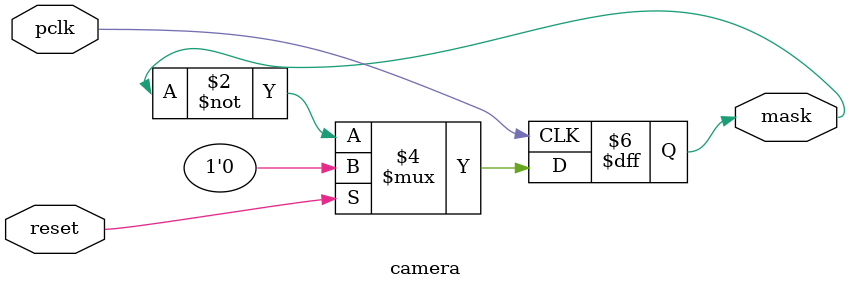
<source format=sv>
module camera (
    input logic pclk, reset,
    //input logic href,
    //input logic vsync,
    //input logic [7:0] d,
    //output logic y_pixel,
    output logic mask
    //output logic [8:0] x_addr,
    //output logic [7:0] y_addr
);

    //localparam [7:0] y_threshold = 8'd80;

    //logic r1_vysnc, r2_vsync;
    //logic frame_start, frame_done;

    //initial { r1_vsync, r2_vsync } = 0; 

    //typedef enum logic [1:0] {
        //Y0 = 2'b00,
        //U = 2'b01,
        //Y1 = 2'b10,
        //V = 2'b11
    //} pixel_state;

    //pixel_state state;

    always @(posedge pclk) begin
        // check if we're in a valid row
        if (reset) begin
			mask <= 1'b0; // Reset output to 0
		end else begin
			mask <= ~mask; // Toggle the output
		end 


    end




endmodule
</source>
